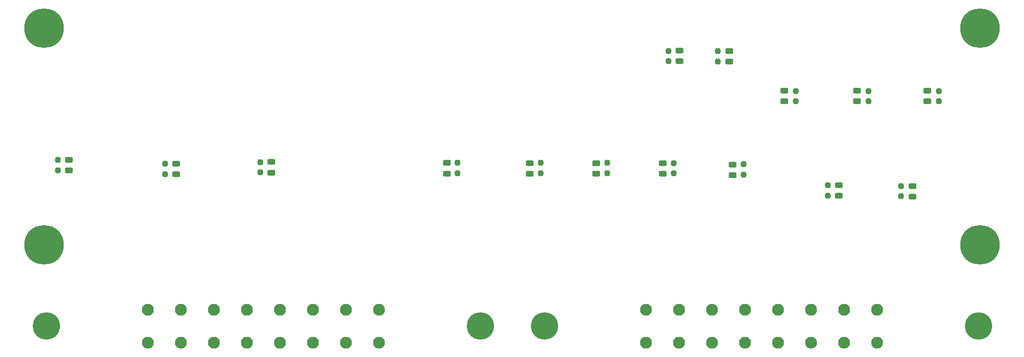
<source format=gbr>
%TF.GenerationSoftware,KiCad,Pcbnew,9.0.7*%
%TF.CreationDate,2026-02-13T14:31:20-08:00*%
%TF.ProjectId,Shutdown,53687574-646f-4776-9e2e-6b696361645f,rev?*%
%TF.SameCoordinates,Original*%
%TF.FileFunction,Soldermask,Bot*%
%TF.FilePolarity,Negative*%
%FSLAX46Y46*%
G04 Gerber Fmt 4.6, Leading zero omitted, Abs format (unit mm)*
G04 Created by KiCad (PCBNEW 9.0.7) date 2026-02-13 14:31:20*
%MOMM*%
%LPD*%
G01*
G04 APERTURE LIST*
G04 Aperture macros list*
%AMRoundRect*
0 Rectangle with rounded corners*
0 $1 Rounding radius*
0 $2 $3 $4 $5 $6 $7 $8 $9 X,Y pos of 4 corners*
0 Add a 4 corners polygon primitive as box body*
4,1,4,$2,$3,$4,$5,$6,$7,$8,$9,$2,$3,0*
0 Add four circle primitives for the rounded corners*
1,1,$1+$1,$2,$3*
1,1,$1+$1,$4,$5*
1,1,$1+$1,$6,$7*
1,1,$1+$1,$8,$9*
0 Add four rect primitives between the rounded corners*
20,1,$1+$1,$2,$3,$4,$5,0*
20,1,$1+$1,$4,$5,$6,$7,0*
20,1,$1+$1,$6,$7,$8,$9,0*
20,1,$1+$1,$8,$9,$2,$3,0*%
G04 Aperture macros list end*
%ADD10C,3.900000*%
%ADD11C,7.000000*%
%ADD12C,4.851400*%
%ADD13C,2.108200*%
%ADD14RoundRect,0.243750X-0.456250X0.243750X-0.456250X-0.243750X0.456250X-0.243750X0.456250X0.243750X0*%
%ADD15RoundRect,0.237500X0.237500X-0.250000X0.237500X0.250000X-0.237500X0.250000X-0.237500X-0.250000X0*%
%ADD16RoundRect,0.243750X0.456250X-0.243750X0.456250X0.243750X-0.456250X0.243750X-0.456250X-0.243750X0*%
%ADD17RoundRect,0.237500X-0.237500X0.250000X-0.237500X-0.250000X0.237500X-0.250000X0.237500X0.250000X0*%
G04 APERTURE END LIST*
D10*
%TO.C,MH2*%
X265817819Y-100638919D03*
D11*
X265817819Y-100638919D03*
%TD*%
D12*
%TO.C,J1*%
X177426379Y-153498519D03*
X100616779Y-153498519D03*
D13*
X118574579Y-150577519D03*
X124416579Y-150577519D03*
X130258579Y-150577519D03*
X136100579Y-150577519D03*
X141942579Y-150577519D03*
X147784579Y-150577519D03*
X153626579Y-150577519D03*
X159468579Y-150577519D03*
X118574579Y-156419519D03*
X124416579Y-156419519D03*
X130258579Y-156419519D03*
X136100579Y-156419519D03*
X141942579Y-156419519D03*
X147784579Y-156419519D03*
X153626579Y-156419519D03*
X159468579Y-156419519D03*
%TD*%
D10*
%TO.C,MH1*%
X100209819Y-100638919D03*
D11*
X100209819Y-100638919D03*
%TD*%
D12*
%TO.C,J2*%
X265538979Y-153498519D03*
X188729379Y-153498519D03*
D13*
X206687179Y-150577519D03*
X212529179Y-150577519D03*
X218371179Y-150577519D03*
X224213179Y-150577519D03*
X230055179Y-150577519D03*
X235897179Y-150577519D03*
X241739179Y-150577519D03*
X247581179Y-150577519D03*
X206687179Y-156419519D03*
X212529179Y-156419519D03*
X218371179Y-156419519D03*
X224213179Y-156419519D03*
X230055179Y-156419519D03*
X235897179Y-156419519D03*
X241739179Y-156419519D03*
X247581179Y-156419519D03*
%TD*%
D10*
%TO.C,MH3*%
X265817819Y-139043972D03*
D11*
X265817819Y-139043972D03*
%TD*%
D10*
%TO.C,MH4*%
X100209819Y-139043972D03*
D11*
X100209819Y-139043972D03*
%TD*%
D14*
%TO.C,D40*%
X186160790Y-124568364D03*
X186160790Y-126443364D03*
%TD*%
D15*
%TO.C,R77*%
X102654605Y-125870205D03*
X102654605Y-124045205D03*
%TD*%
%TO.C,R68*%
X199818588Y-126385515D03*
X199818588Y-124560515D03*
%TD*%
%TO.C,R53*%
X223945087Y-126639515D03*
X223945087Y-124814515D03*
%TD*%
%TO.C,R18*%
X258531499Y-113617507D03*
X258531499Y-111792507D03*
%TD*%
D16*
%TO.C,D2*%
X231164855Y-113640002D03*
X231164855Y-111765002D03*
%TD*%
D14*
%TO.C,D42*%
X197895291Y-124568364D03*
X197895291Y-126443364D03*
%TD*%
%TO.C,D49*%
X104572063Y-124002599D03*
X104572063Y-125877599D03*
%TD*%
D15*
%TO.C,R44*%
X138463714Y-126247496D03*
X138463714Y-124422496D03*
%TD*%
%TO.C,R66*%
X188087000Y-126388500D03*
X188087000Y-124563500D03*
%TD*%
%TO.C,R70*%
X211582000Y-126392360D03*
X211582000Y-124567360D03*
%TD*%
D16*
%TO.C,D6*%
X221459969Y-106605082D03*
X221459969Y-104730082D03*
%TD*%
D14*
%TO.C,D15*%
X253853781Y-128643528D03*
X253853781Y-130518528D03*
%TD*%
D17*
%TO.C,R11*%
X219427969Y-104730082D03*
X219427969Y-106555082D03*
%TD*%
D15*
%TO.C,R27*%
X251824596Y-130485912D03*
X251824596Y-128660912D03*
%TD*%
%TO.C,R16*%
X246023855Y-113617507D03*
X246023855Y-111792507D03*
%TD*%
D14*
%TO.C,D36*%
X222021790Y-124822364D03*
X222021790Y-126697364D03*
%TD*%
D16*
%TO.C,D4*%
X212633488Y-106462512D03*
X212633488Y-104587512D03*
%TD*%
D14*
%TO.C,D38*%
X171435625Y-124557816D03*
X171435625Y-126432816D03*
%TD*%
%TO.C,D44*%
X209658703Y-124575209D03*
X209658703Y-126450209D03*
%TD*%
%TO.C,D13*%
X240792000Y-128524000D03*
X240792000Y-130399000D03*
%TD*%
D15*
%TO.C,R14*%
X233196855Y-113615002D03*
X233196855Y-111790002D03*
%TD*%
D14*
%TO.C,D23*%
X123564813Y-124680500D03*
X123564813Y-126555500D03*
%TD*%
D16*
%TO.C,D10*%
X256502314Y-113634891D03*
X256502314Y-111759891D03*
%TD*%
%TO.C,D8*%
X243994670Y-113634891D03*
X243994670Y-111759891D03*
%TD*%
D17*
%TO.C,R9*%
X210698488Y-104698512D03*
X210698488Y-106523512D03*
%TD*%
D15*
%TO.C,R38*%
X121605750Y-126532531D03*
X121605750Y-124707531D03*
%TD*%
D14*
%TO.C,D27*%
X140422777Y-124395465D03*
X140422777Y-126270465D03*
%TD*%
D15*
%TO.C,R25*%
X238846021Y-130325500D03*
X238846021Y-128500500D03*
%TD*%
%TO.C,R64*%
X173357982Y-126375164D03*
X173357982Y-124550164D03*
%TD*%
M02*

</source>
